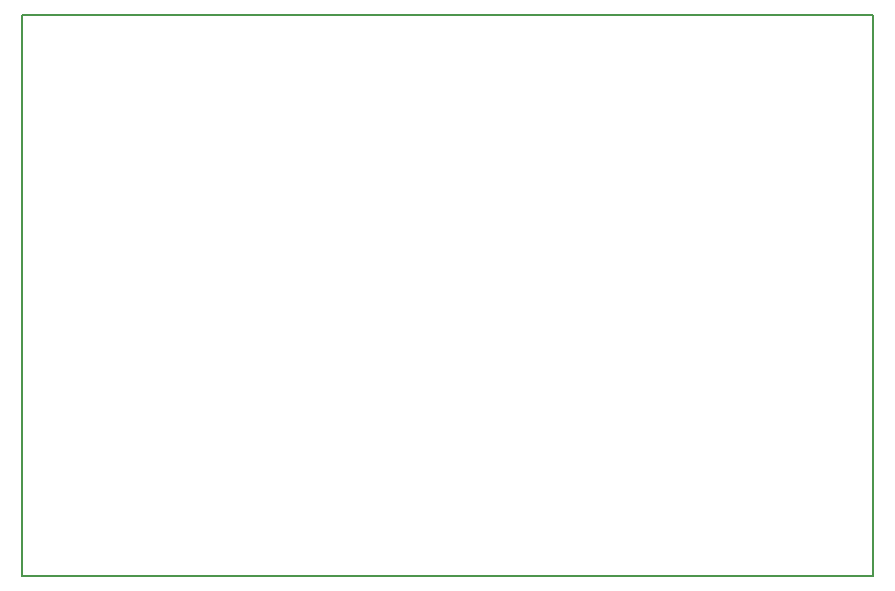
<source format=gm1>
G04 #@! TF.FileFunction,Profile,NP*
%FSLAX46Y46*%
G04 Gerber Fmt 4.6, Leading zero omitted, Abs format (unit mm)*
G04 Created by KiCad (PCBNEW 4.0.2-4+6225~38~ubuntu14.04.1-stable) date 2016年05月02日 21時32分03秒*
%MOMM*%
G01*
G04 APERTURE LIST*
%ADD10C,0.101600*%
%ADD11C,0.150000*%
G04 APERTURE END LIST*
D10*
D11*
X47820000Y-94870000D02*
X119820000Y-94870000D01*
X47820000Y-47370000D02*
X47820000Y-94870000D01*
X119820000Y-47370000D02*
X119820000Y-94870000D01*
X47820000Y-47370000D02*
X119820000Y-47370000D01*
M02*

</source>
